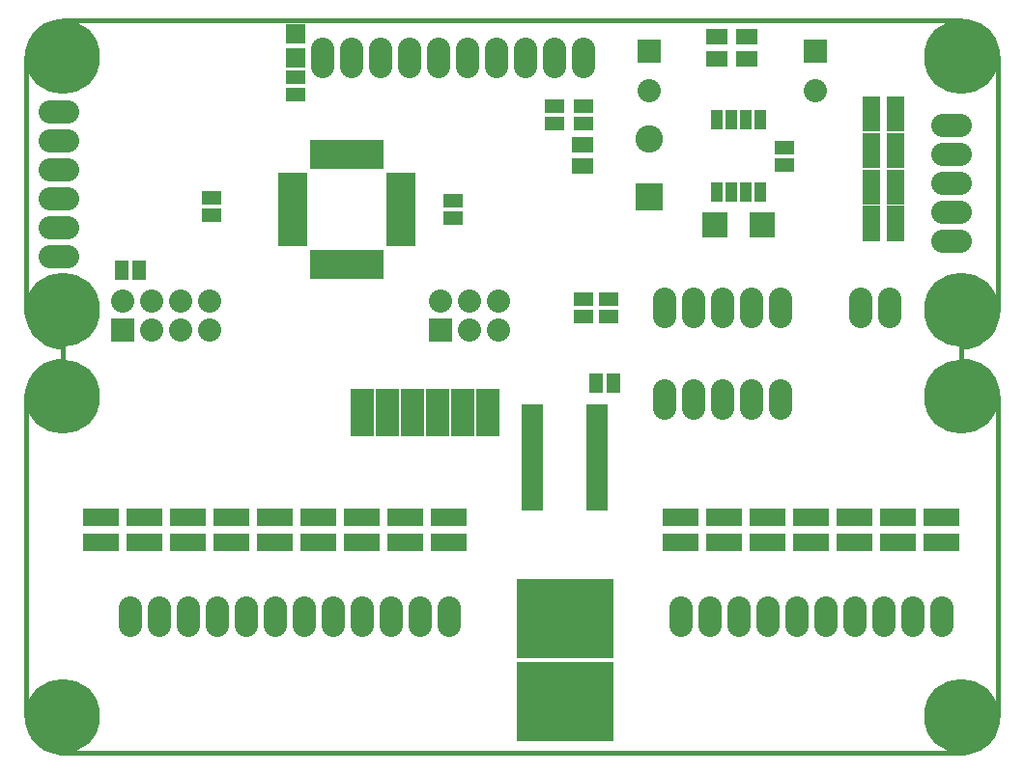
<source format=gts>
G04 (created by PCBNEW-RS274X (2011-nov-30)-stable) date So 28 Apr 2013 13:34:26 CEST*
G01*
G70*
G90*
%MOIN*%
G04 Gerber Fmt 3.4, Leading zero omitted, Abs format*
%FSLAX34Y34*%
G04 APERTURE LIST*
%ADD10C,0.006000*%
%ADD11C,0.015000*%
%ADD12R,0.335000X0.275900*%
%ADD13R,0.077900X0.036500*%
%ADD14R,0.045600X0.061700*%
%ADD15R,0.061700X0.045600*%
%ADD16R,0.098700X0.037700*%
%ADD17R,0.037700X0.098700*%
%ADD18R,0.040000X0.065000*%
%ADD19R,0.075000X0.055000*%
%ADD20R,0.065000X0.045000*%
%ADD21R,0.045000X0.065000*%
%ADD22R,0.080000X0.080000*%
%ADD23C,0.080000*%
%ADD24R,0.067200X0.067200*%
%ADD25R,0.095000X0.095000*%
%ADD26C,0.095000*%
%ADD27R,0.090800X0.086900*%
%ADD28O,0.080000X0.140000*%
%ADD29O,0.140000X0.080000*%
%ADD30R,0.079100X0.059400*%
%ADD31C,0.256200*%
G04 APERTURE END LIST*
G54D10*
G54D11*
X36693Y-37165D02*
X36693Y-37638D01*
X68937Y-35906D02*
X68937Y-27165D01*
X67677Y-37638D02*
X67677Y-37165D01*
X35433Y-38819D02*
X35433Y-49921D01*
X35433Y-27165D02*
X35433Y-35984D01*
X67677Y-25906D02*
X36693Y-25906D01*
X68937Y-49921D02*
X68937Y-38898D01*
X36693Y-51181D02*
X67677Y-51181D01*
X68937Y-38898D02*
X68932Y-38789D01*
X68917Y-38680D01*
X68894Y-38572D01*
X68861Y-38468D01*
X68818Y-38366D01*
X68768Y-38269D01*
X68709Y-38176D01*
X68642Y-38089D01*
X68567Y-38008D01*
X68486Y-37933D01*
X68399Y-37866D01*
X68307Y-37807D01*
X68209Y-37757D01*
X68107Y-37714D01*
X68003Y-37681D01*
X67895Y-37658D01*
X67786Y-37643D01*
X67677Y-37638D01*
X67677Y-37166D02*
X67786Y-37161D01*
X67895Y-37146D01*
X68003Y-37123D01*
X68107Y-37090D01*
X68209Y-37047D01*
X68307Y-36997D01*
X68399Y-36938D01*
X68486Y-36871D01*
X68567Y-36796D01*
X68642Y-36715D01*
X68709Y-36628D01*
X68768Y-36535D01*
X68818Y-36438D01*
X68861Y-36336D01*
X68894Y-36232D01*
X68917Y-36124D01*
X68932Y-36015D01*
X68937Y-35906D01*
X68936Y-27165D02*
X68931Y-27056D01*
X68916Y-26947D01*
X68893Y-26840D01*
X68860Y-26735D01*
X68818Y-26633D01*
X68767Y-26536D01*
X68708Y-26443D01*
X68641Y-26356D01*
X68567Y-26275D01*
X68486Y-26201D01*
X68399Y-26134D01*
X68306Y-26075D01*
X68209Y-26024D01*
X68107Y-25982D01*
X68002Y-25949D01*
X67895Y-25926D01*
X67786Y-25911D01*
X67677Y-25906D01*
X36693Y-25905D02*
X36584Y-25910D01*
X36475Y-25925D01*
X36367Y-25948D01*
X36263Y-25981D01*
X36161Y-26024D01*
X36064Y-26074D01*
X35971Y-26133D01*
X35884Y-26200D01*
X35803Y-26275D01*
X35728Y-26356D01*
X35661Y-26443D01*
X35602Y-26536D01*
X35552Y-26633D01*
X35509Y-26735D01*
X35476Y-26839D01*
X35453Y-26947D01*
X35438Y-27056D01*
X35433Y-27165D01*
X35433Y-35905D02*
X35438Y-36014D01*
X35453Y-36123D01*
X35476Y-36231D01*
X35509Y-36335D01*
X35552Y-36437D01*
X35602Y-36534D01*
X35661Y-36627D01*
X35728Y-36714D01*
X35803Y-36795D01*
X35884Y-36870D01*
X35971Y-36937D01*
X36064Y-36996D01*
X36161Y-37046D01*
X36263Y-37089D01*
X36367Y-37122D01*
X36475Y-37145D01*
X36584Y-37160D01*
X36693Y-37165D01*
X36693Y-37638D02*
X36584Y-37643D01*
X36475Y-37658D01*
X36367Y-37681D01*
X36263Y-37714D01*
X36161Y-37757D01*
X36064Y-37807D01*
X35971Y-37866D01*
X35884Y-37933D01*
X35803Y-38008D01*
X35728Y-38089D01*
X35661Y-38176D01*
X35602Y-38269D01*
X35552Y-38366D01*
X35509Y-38468D01*
X35476Y-38572D01*
X35453Y-38680D01*
X35438Y-38789D01*
X35433Y-38898D01*
X35433Y-49921D02*
X35438Y-50030D01*
X35453Y-50139D01*
X35476Y-50247D01*
X35509Y-50351D01*
X35552Y-50453D01*
X35602Y-50550D01*
X35661Y-50643D01*
X35728Y-50730D01*
X35803Y-50811D01*
X35884Y-50886D01*
X35971Y-50953D01*
X36064Y-51012D01*
X36161Y-51062D01*
X36263Y-51105D01*
X36367Y-51138D01*
X36475Y-51161D01*
X36584Y-51176D01*
X36693Y-51181D01*
X67677Y-51181D02*
X67786Y-51176D01*
X67895Y-51161D01*
X68003Y-51138D01*
X68107Y-51105D01*
X68209Y-51062D01*
X68307Y-51012D01*
X68399Y-50953D01*
X68486Y-50886D01*
X68567Y-50811D01*
X68642Y-50730D01*
X68709Y-50643D01*
X68768Y-50550D01*
X68818Y-50453D01*
X68861Y-50351D01*
X68894Y-50247D01*
X68917Y-50139D01*
X68932Y-50030D01*
X68937Y-49921D01*
G54D12*
X54000Y-49427D03*
X54000Y-46573D03*
G54D13*
X52898Y-40872D03*
X52898Y-41128D03*
X52898Y-41384D03*
X52898Y-41640D03*
X55100Y-40108D03*
X52898Y-40104D03*
X52898Y-40360D03*
X52898Y-40616D03*
X55102Y-41896D03*
X55102Y-41640D03*
X55102Y-41384D03*
X55102Y-41128D03*
X55102Y-40872D03*
X55102Y-40616D03*
X52898Y-41896D03*
X55100Y-40360D03*
X52898Y-39848D03*
X52898Y-42152D03*
X55102Y-42152D03*
X55102Y-39848D03*
X52898Y-39593D03*
X52898Y-42407D03*
X55102Y-42407D03*
X55102Y-39593D03*
X52898Y-39337D03*
X52898Y-42663D03*
X55102Y-42663D03*
X55102Y-39337D03*
G54D14*
X46626Y-43933D03*
X47000Y-43933D03*
X47374Y-43933D03*
X47374Y-43067D03*
X47000Y-43067D03*
X46626Y-43067D03*
X48126Y-43933D03*
X48500Y-43933D03*
X48874Y-43933D03*
X48874Y-43067D03*
X48500Y-43067D03*
X48126Y-43067D03*
X49626Y-43933D03*
X50000Y-43933D03*
X50374Y-43933D03*
X50374Y-43067D03*
X50000Y-43067D03*
X49626Y-43067D03*
X57626Y-43933D03*
X58000Y-43933D03*
X58374Y-43933D03*
X58374Y-43067D03*
X58000Y-43067D03*
X57626Y-43067D03*
X43626Y-43933D03*
X44000Y-43933D03*
X44374Y-43933D03*
X44374Y-43067D03*
X44000Y-43067D03*
X43626Y-43067D03*
X42126Y-43933D03*
X42500Y-43933D03*
X42874Y-43933D03*
X42874Y-43067D03*
X42500Y-43067D03*
X42126Y-43067D03*
X40626Y-43933D03*
X41000Y-43933D03*
X41374Y-43933D03*
X41374Y-43067D03*
X41000Y-43067D03*
X40626Y-43067D03*
X39126Y-43933D03*
X39500Y-43933D03*
X39874Y-43933D03*
X39874Y-43067D03*
X39500Y-43067D03*
X39126Y-43067D03*
X37626Y-43933D03*
X38000Y-43933D03*
X38374Y-43933D03*
X38374Y-43067D03*
X38000Y-43067D03*
X37626Y-43067D03*
X45126Y-43933D03*
X45500Y-43933D03*
X45874Y-43933D03*
X45874Y-43067D03*
X45500Y-43067D03*
X45126Y-43067D03*
X59126Y-43933D03*
X59500Y-43933D03*
X59874Y-43933D03*
X59874Y-43067D03*
X59500Y-43067D03*
X59126Y-43067D03*
X60626Y-43933D03*
X61000Y-43933D03*
X61374Y-43933D03*
X61374Y-43067D03*
X61000Y-43067D03*
X60626Y-43067D03*
X62126Y-43933D03*
X62500Y-43933D03*
X62874Y-43933D03*
X62874Y-43067D03*
X62500Y-43067D03*
X62126Y-43067D03*
X63626Y-43933D03*
X64000Y-43933D03*
X64374Y-43933D03*
X64374Y-43067D03*
X64000Y-43067D03*
X63626Y-43067D03*
X65126Y-43933D03*
X65500Y-43933D03*
X65874Y-43933D03*
X65874Y-43067D03*
X65500Y-43067D03*
X65126Y-43067D03*
X66626Y-43933D03*
X67000Y-43933D03*
X67374Y-43933D03*
X67374Y-43067D03*
X67000Y-43067D03*
X66626Y-43067D03*
G54D15*
X65433Y-33287D03*
X65433Y-32913D03*
X65433Y-32539D03*
X64567Y-32539D03*
X64567Y-32913D03*
X64567Y-33287D03*
X65433Y-32028D03*
X65433Y-31654D03*
X65433Y-31280D03*
X64567Y-31280D03*
X64567Y-31654D03*
X64567Y-32028D03*
X65433Y-30768D03*
X65433Y-30394D03*
X65433Y-30020D03*
X64567Y-30020D03*
X64567Y-30394D03*
X64567Y-30768D03*
X65433Y-29508D03*
X65433Y-29134D03*
X65433Y-28760D03*
X64567Y-28760D03*
X64567Y-29134D03*
X64567Y-29508D03*
G54D16*
X44600Y-33534D03*
X44600Y-33219D03*
X44600Y-32904D03*
X44600Y-32589D03*
X44600Y-32274D03*
X44600Y-31959D03*
X44600Y-31644D03*
X44600Y-31329D03*
X48366Y-31331D03*
X48366Y-33541D03*
X48366Y-33221D03*
X48366Y-32901D03*
X48366Y-32591D03*
X48366Y-32271D03*
X48366Y-31961D03*
X48366Y-31641D03*
G54D17*
X45384Y-30541D03*
X45698Y-30541D03*
X46014Y-30541D03*
X46328Y-30541D03*
X46644Y-30541D03*
X46958Y-30541D03*
X47274Y-30541D03*
X47588Y-30541D03*
X45386Y-34321D03*
X45696Y-34321D03*
X46016Y-34321D03*
X46326Y-34321D03*
X46636Y-34321D03*
X46956Y-34321D03*
X47276Y-34321D03*
X47596Y-34321D03*
G54D18*
X59250Y-29341D03*
X59750Y-29341D03*
X60250Y-29341D03*
X60750Y-29341D03*
X60750Y-31841D03*
X60250Y-31841D03*
X59750Y-31841D03*
X59250Y-31841D03*
G54D19*
X59252Y-26475D03*
X59252Y-27225D03*
X60276Y-26475D03*
X60276Y-27225D03*
X54606Y-30926D03*
X54606Y-30176D03*
G54D20*
X41811Y-32623D03*
X41811Y-32023D03*
X54646Y-29473D03*
X54646Y-28873D03*
X53661Y-28873D03*
X53661Y-29473D03*
G54D21*
X38716Y-34528D03*
X39316Y-34528D03*
G54D20*
X55512Y-35527D03*
X55512Y-36127D03*
X54646Y-35527D03*
X54646Y-36127D03*
X44724Y-27850D03*
X44724Y-28450D03*
X50157Y-32741D03*
X50157Y-32141D03*
G54D21*
X55094Y-38425D03*
X55694Y-38425D03*
G54D20*
X61575Y-30891D03*
X61575Y-30291D03*
G54D22*
X38736Y-36602D03*
G54D23*
X38736Y-35602D03*
X39736Y-36602D03*
X39736Y-35602D03*
X40736Y-36602D03*
X40736Y-35602D03*
X41736Y-36602D03*
X41736Y-35602D03*
G54D22*
X49709Y-36602D03*
G54D23*
X49709Y-35602D03*
X50709Y-36602D03*
X50709Y-35602D03*
X51709Y-36602D03*
X51709Y-35602D03*
G54D24*
X44724Y-26359D03*
X44724Y-27185D03*
G54D25*
X56929Y-31984D03*
G54D26*
X56929Y-29984D03*
G54D27*
X60807Y-32953D03*
X59193Y-32953D03*
G54D22*
X56929Y-26949D03*
G54D23*
X56929Y-28327D03*
G54D22*
X62638Y-26949D03*
G54D23*
X62638Y-28327D03*
G54D28*
X54657Y-27205D03*
X53657Y-27205D03*
X52657Y-27205D03*
X51657Y-27205D03*
X50657Y-27205D03*
X49657Y-27205D03*
X48657Y-27205D03*
X47657Y-27205D03*
X46657Y-27205D03*
X45657Y-27205D03*
G54D29*
X36535Y-29075D03*
X36535Y-30075D03*
X36535Y-31075D03*
X36535Y-32075D03*
X36535Y-33075D03*
X36535Y-34075D03*
X67362Y-33535D03*
X67362Y-32535D03*
X67362Y-31535D03*
X67362Y-30535D03*
X67362Y-29535D03*
G54D28*
X57449Y-38976D03*
X58449Y-38976D03*
X59449Y-38976D03*
X60449Y-38976D03*
X61449Y-38976D03*
X39000Y-46500D03*
X40000Y-46500D03*
X41000Y-46500D03*
X42000Y-46500D03*
X43000Y-46500D03*
X44000Y-46500D03*
X45000Y-46500D03*
X46000Y-46500D03*
X47000Y-46500D03*
X48000Y-46500D03*
X49000Y-46500D03*
X50000Y-46500D03*
X58000Y-46500D03*
X59000Y-46500D03*
X60000Y-46500D03*
X61000Y-46500D03*
X62000Y-46500D03*
X63000Y-46500D03*
X64000Y-46500D03*
X65000Y-46500D03*
X66000Y-46500D03*
X67000Y-46500D03*
X65224Y-35827D03*
X64224Y-35827D03*
G54D30*
X47008Y-39449D03*
X47008Y-38937D03*
X47008Y-39961D03*
X47874Y-39449D03*
X47874Y-38937D03*
X47874Y-39961D03*
X48740Y-39449D03*
X48740Y-38937D03*
X48740Y-39961D03*
X49606Y-39449D03*
X49606Y-38937D03*
X49606Y-39961D03*
X50472Y-39449D03*
X50472Y-38937D03*
X50472Y-39961D03*
X51339Y-39449D03*
X51339Y-38937D03*
X51339Y-39961D03*
G54D28*
X57449Y-35827D03*
X58449Y-35827D03*
X59449Y-35827D03*
X60449Y-35827D03*
X61449Y-35827D03*
G54D31*
X67677Y-49921D03*
X36693Y-49921D03*
X67677Y-27165D03*
X67677Y-38898D03*
X36693Y-38898D03*
X67677Y-35906D03*
X36693Y-35906D03*
X36693Y-27165D03*
M02*

</source>
